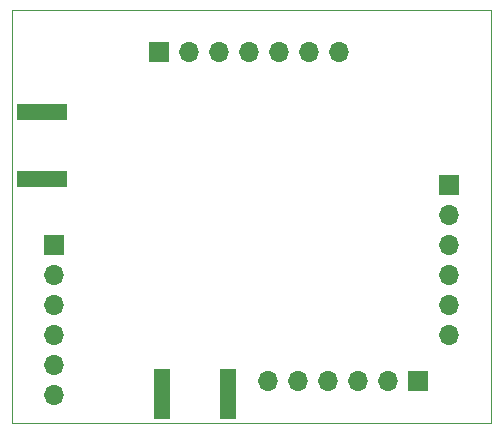
<source format=gbs>
G04 #@! TF.GenerationSoftware,KiCad,Pcbnew,(6.0.4)*
G04 #@! TF.CreationDate,2022-06-22T19:01:53-03:00*
G04 #@! TF.ProjectId,HTLRBL41L-10_Test_board_v3.0_rev1.0,48544c52-424c-4343-914c-2d31305f5465,rev?*
G04 #@! TF.SameCoordinates,Original*
G04 #@! TF.FileFunction,Soldermask,Bot*
G04 #@! TF.FilePolarity,Negative*
%FSLAX46Y46*%
G04 Gerber Fmt 4.6, Leading zero omitted, Abs format (unit mm)*
G04 Created by KiCad (PCBNEW (6.0.4)) date 2022-06-22 19:01:53*
%MOMM*%
%LPD*%
G01*
G04 APERTURE LIST*
G04 #@! TA.AperFunction,Profile*
%ADD10C,0.050000*%
G04 #@! TD*
%ADD11R,4.200000X1.350000*%
%ADD12R,1.350000X4.200000*%
%ADD13R,1.700000X1.700000*%
%ADD14O,1.700000X1.700000*%
G04 APERTURE END LIST*
D10*
X100000000Y-75000000D02*
X100000000Y-110000000D01*
X140500000Y-75000000D02*
X100000000Y-75000000D01*
X140500000Y-110000000D02*
X140500000Y-75000000D01*
X100000000Y-110000000D02*
X140500000Y-110000000D01*
D11*
X102500000Y-89300000D03*
X102500000Y-83650000D03*
D12*
X112650000Y-107490000D03*
X118300000Y-107490000D03*
D13*
X103550000Y-94900000D03*
D14*
X103550000Y-97440000D03*
X103550000Y-99980000D03*
X103550000Y-102520000D03*
X103550000Y-105060000D03*
X103550000Y-107600000D03*
X121610000Y-106450000D03*
X124150000Y-106450000D03*
X126690000Y-106450000D03*
X129230000Y-106450000D03*
X131770000Y-106450000D03*
D13*
X134310000Y-106450000D03*
X136980000Y-89820000D03*
D14*
X136980000Y-92360000D03*
X136980000Y-94900000D03*
X136980000Y-97440000D03*
X136980000Y-99980000D03*
X136980000Y-102520000D03*
D13*
X112453000Y-78550000D03*
D14*
X114993000Y-78550000D03*
X117533000Y-78550000D03*
X120073000Y-78550000D03*
X122613000Y-78550000D03*
X125153000Y-78550000D03*
X127693000Y-78550000D03*
M02*

</source>
